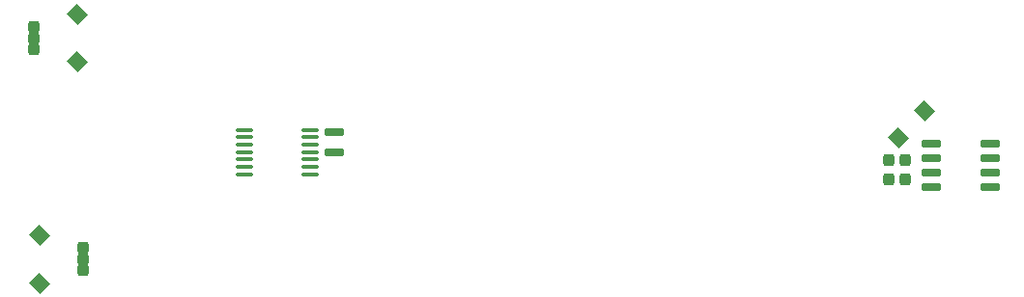
<source format=gbr>
%TF.GenerationSoftware,KiCad,Pcbnew,8.0.1*%
<<<<<<< HEAD
%TF.CreationDate,2024-03-31T21:51:29+08:00*%
=======
%TF.CreationDate,2024-05-01T16:23:50+08:00*%
>>>>>>> 3f97a153d958220e151b39468fc548032aad0f0d
%TF.ProjectId,encoder,656e636f-6465-4722-9e6b-696361645f70,rev?*%
%TF.SameCoordinates,Original*%
%TF.FileFunction,Paste,Top*%
%TF.FilePolarity,Positive*%
%FSLAX46Y46*%
G04 Gerber Fmt 4.6, Leading zero omitted, Abs format (unit mm)*
<<<<<<< HEAD
G04 Created by KiCad (PCBNEW 8.0.1) date 2024-03-31 21:51:29*
=======
G04 Created by KiCad (PCBNEW 8.0.1) date 2024-05-01 16:23:50*
>>>>>>> 3f97a153d958220e151b39468fc548032aad0f0d
%MOMM*%
%LPD*%
G01*
G04 APERTURE LIST*
G04 Aperture macros list*
%AMRoundRect*
0 Rectangle with rounded corners*
0 $1 Rounding radius*
0 $2 $3 $4 $5 $6 $7 $8 $9 X,Y pos of 4 corners*
0 Add a 4 corners polygon primitive as box body*
4,1,4,$2,$3,$4,$5,$6,$7,$8,$9,$2,$3,0*
0 Add four circle primitives for the rounded corners*
1,1,$1+$1,$2,$3*
1,1,$1+$1,$4,$5*
1,1,$1+$1,$6,$7*
1,1,$1+$1,$8,$9*
0 Add four rect primitives between the rounded corners*
20,1,$1+$1,$2,$3,$4,$5,0*
20,1,$1+$1,$4,$5,$6,$7,0*
20,1,$1+$1,$6,$7,$8,$9,0*
20,1,$1+$1,$8,$9,$2,$3,0*%
<<<<<<< HEAD
G04 Aperture macros list end*
%ADD10R,1.710000X0.600000*%
%ADD11R,2.550000X1.200000*%
%ADD12RoundRect,0.237500X0.237500X-0.300000X0.237500X0.300000X-0.237500X0.300000X-0.237500X-0.300000X0*%
%ADD13RoundRect,0.100000X-0.637500X-0.100000X0.637500X-0.100000X0.637500X0.100000X-0.637500X0.100000X0*%
G04 APERTURE END LIST*
D10*
%TO.C,J6*%
X119220000Y-64500000D03*
X119220000Y-63500000D03*
X119220000Y-62500000D03*
D11*
X122960000Y-61390000D03*
X122960000Y-65610000D03*
%TD*%
D12*
%TO.C,C1*%
X145500000Y-73500000D03*
X145500000Y-71775000D03*
%TD*%
D13*
%TO.C,U1*%
X137650000Y-71562500D03*
X137650000Y-72212500D03*
X137650000Y-72862500D03*
X137650000Y-73512500D03*
X137650000Y-74162500D03*
X137650000Y-74812500D03*
X137650000Y-75462500D03*
X143375000Y-75462500D03*
X143375000Y-74812500D03*
X143375000Y-74162500D03*
X143375000Y-73512500D03*
X143375000Y-72862500D03*
X143375000Y-72212500D03*
X143375000Y-71562500D03*
%TD*%
D10*
%TO.C,J5*%
X123480000Y-81900000D03*
X123480000Y-82900000D03*
X123480000Y-83900000D03*
D11*
X119740000Y-85010000D03*
X119740000Y-80790000D03*
=======
%AMRotRect*
0 Rectangle, with rotation*
0 The origin of the aperture is its center*
0 $1 length*
0 $2 width*
0 $3 Rotation angle, in degrees counterclockwise*
0 Add horizontal line*
21,1,$1,$2,0,0,$3*%
G04 Aperture macros list end*
%ADD10RoundRect,0.237500X-0.237500X0.300000X-0.237500X-0.300000X0.237500X-0.300000X0.237500X0.300000X0*%
%ADD11RotRect,1.200000X1.400000X45.000000*%
%ADD12RoundRect,0.150000X-0.725000X-0.150000X0.725000X-0.150000X0.725000X0.150000X-0.725000X0.150000X0*%
G04 APERTURE END LIST*
D10*
%TO.C,C3*%
X194100000Y-74200000D03*
X194100000Y-75925000D03*
%TD*%
D11*
%TO.C,U2*%
X194929031Y-72270969D03*
X197270969Y-69929031D03*
%TD*%
D10*
%TO.C,C2*%
X195600000Y-74200000D03*
X195600000Y-75925000D03*
%TD*%
D12*
%TO.C,U1*%
X197825000Y-72795000D03*
X197825000Y-74065000D03*
X197825000Y-75335000D03*
X197825000Y-76605000D03*
X202975000Y-76605000D03*
X202975000Y-75335000D03*
X202975000Y-74065000D03*
X202975000Y-72795000D03*
>>>>>>> 3f97a153d958220e151b39468fc548032aad0f0d
%TD*%
M02*

</source>
